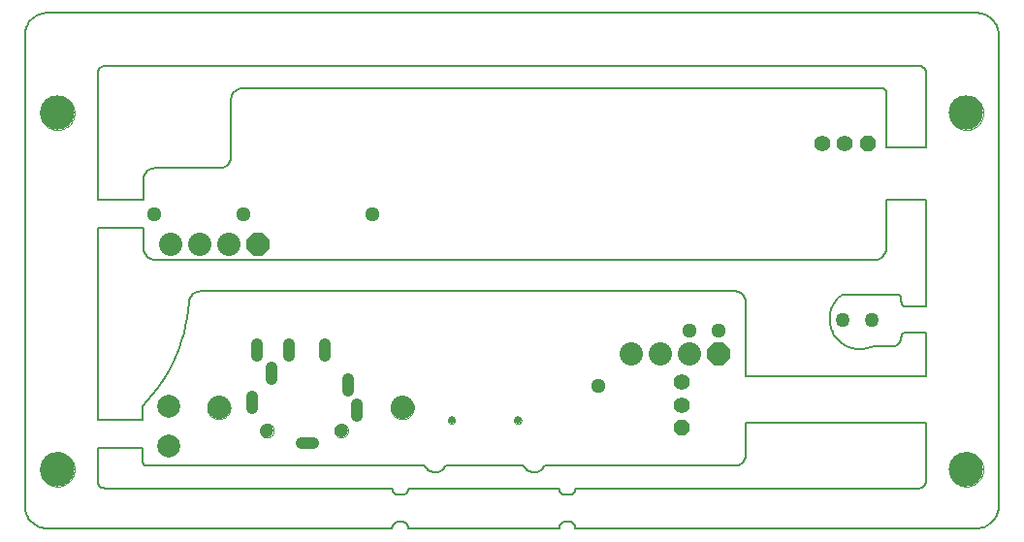
<source format=gbs>
G75*
G70*
%OFA0B0*%
%FSLAX24Y24*%
%IPPOS*%
%LPD*%
%AMOC8*
5,1,8,0,0,1.08239X$1,22.5*
%
%ADD10C,0.0050*%
%ADD11C,0.0000*%
%ADD12C,0.1181*%
%ADD13C,0.0500*%
%ADD14C,0.0787*%
%ADD15C,0.0512*%
%ADD16C,0.0800*%
%ADD17C,0.0472*%
%ADD18C,0.0400*%
%ADD19OC8,0.0800*%
%ADD20C,0.0256*%
%ADD21C,0.0550*%
%ADD22OC8,0.0550*%
D10*
X001677Y000927D02*
X013545Y000927D01*
X013545Y000955D01*
X013549Y000983D01*
X013556Y001010D01*
X013567Y001036D01*
X013581Y001060D01*
X013598Y001082D01*
X013618Y001102D01*
X013640Y001119D01*
X013664Y001133D01*
X013690Y001144D01*
X013717Y001151D01*
X013745Y001155D01*
X013895Y001155D01*
X013923Y001151D01*
X013950Y001144D01*
X013976Y001133D01*
X014000Y001119D01*
X014022Y001102D01*
X014042Y001082D01*
X014059Y001060D01*
X014073Y001036D01*
X014084Y001010D01*
X014091Y000983D01*
X014095Y000955D01*
X014095Y000927D01*
X019282Y000927D01*
X019282Y000955D01*
X019286Y000983D01*
X019293Y001010D01*
X019304Y001036D01*
X019318Y001060D01*
X019335Y001082D01*
X019355Y001102D01*
X019377Y001119D01*
X019401Y001133D01*
X019427Y001144D01*
X019454Y001151D01*
X019482Y001155D01*
X019632Y001155D01*
X019632Y001156D02*
X019661Y001152D01*
X019688Y001145D01*
X019714Y001135D01*
X019739Y001121D01*
X019762Y001104D01*
X019782Y001084D01*
X019800Y001062D01*
X019814Y001037D01*
X019826Y001011D01*
X019833Y000984D01*
X019837Y000956D01*
X019838Y000928D01*
X019837Y000927D02*
X033631Y000927D01*
X033630Y000927D02*
X033684Y000929D01*
X033738Y000934D01*
X033791Y000943D01*
X033844Y000956D01*
X033895Y000973D01*
X033945Y000993D01*
X033993Y001017D01*
X034040Y001044D01*
X034085Y001075D01*
X034127Y001108D01*
X034167Y001145D01*
X034204Y001184D01*
X034238Y001226D01*
X034269Y001270D01*
X034297Y001316D01*
X034321Y001364D01*
X034342Y001414D01*
X034360Y001465D01*
X034374Y001517D01*
X034384Y001570D01*
X034390Y001624D01*
X034392Y001677D01*
X034392Y017896D01*
X034392Y017895D02*
X034390Y017949D01*
X034383Y018003D01*
X034373Y018056D01*
X034360Y018108D01*
X034342Y018159D01*
X034321Y018209D01*
X034297Y018257D01*
X034269Y018303D01*
X034237Y018347D01*
X034203Y018388D01*
X034166Y018427D01*
X034126Y018464D01*
X034084Y018497D01*
X034040Y018528D01*
X033993Y018555D01*
X033945Y018578D01*
X033895Y018599D01*
X033843Y018615D01*
X033791Y018628D01*
X033738Y018637D01*
X033684Y018643D01*
X033631Y018644D01*
X001677Y018644D01*
X001624Y018642D01*
X001570Y018637D01*
X001518Y018627D01*
X001466Y018614D01*
X001415Y018597D01*
X001366Y018577D01*
X001318Y018553D01*
X001272Y018526D01*
X001228Y018495D01*
X001186Y018462D01*
X001147Y018425D01*
X001111Y018386D01*
X001077Y018345D01*
X001046Y018301D01*
X001019Y018255D01*
X000995Y018207D01*
X000975Y018158D01*
X000958Y018107D01*
X000944Y018055D01*
X000935Y018003D01*
X000929Y017949D01*
X000927Y017896D01*
X000927Y001677D01*
X000929Y001623D01*
X000935Y001570D01*
X000944Y001518D01*
X000957Y001466D01*
X000974Y001415D01*
X000995Y001365D01*
X001019Y001318D01*
X001046Y001272D01*
X001077Y001228D01*
X001110Y001186D01*
X001147Y001147D01*
X001186Y001110D01*
X001228Y001077D01*
X001272Y001046D01*
X001318Y001019D01*
X001365Y000995D01*
X001415Y000974D01*
X001466Y000957D01*
X001518Y000944D01*
X001570Y000935D01*
X001623Y000929D01*
X001677Y000927D01*
X003677Y002305D02*
X013545Y002305D01*
X013545Y002277D01*
X013549Y002249D01*
X013556Y002222D01*
X013567Y002196D01*
X013581Y002172D01*
X013598Y002150D01*
X013618Y002130D01*
X013640Y002113D01*
X013664Y002099D01*
X013690Y002088D01*
X013717Y002081D01*
X013745Y002077D01*
X013895Y002077D01*
X013923Y002081D01*
X013950Y002088D01*
X013976Y002099D01*
X014000Y002113D01*
X014022Y002130D01*
X014042Y002150D01*
X014059Y002172D01*
X014073Y002196D01*
X014084Y002222D01*
X014091Y002249D01*
X014095Y002277D01*
X014095Y002305D01*
X019282Y002305D01*
X019282Y002277D01*
X019286Y002249D01*
X019293Y002222D01*
X019304Y002196D01*
X019318Y002172D01*
X019335Y002150D01*
X019355Y002130D01*
X019377Y002113D01*
X019401Y002099D01*
X019427Y002088D01*
X019454Y002081D01*
X019482Y002077D01*
X019632Y002077D01*
X019661Y002081D01*
X019688Y002088D01*
X019714Y002098D01*
X019739Y002112D01*
X019762Y002129D01*
X019782Y002149D01*
X019800Y002171D01*
X019814Y002196D01*
X019826Y002222D01*
X019833Y002249D01*
X019837Y002277D01*
X019838Y002305D01*
X019837Y002305D02*
X031642Y002305D01*
X031672Y002307D01*
X031702Y002312D01*
X031731Y002321D01*
X031758Y002334D01*
X031784Y002349D01*
X031808Y002368D01*
X031829Y002389D01*
X031848Y002413D01*
X031863Y002439D01*
X031876Y002466D01*
X031885Y002495D01*
X031890Y002525D01*
X031892Y002555D01*
X031892Y004570D01*
X025710Y004570D01*
X025710Y003477D01*
X025708Y003438D01*
X025702Y003399D01*
X025693Y003361D01*
X025680Y003324D01*
X025663Y003288D01*
X025643Y003255D01*
X025619Y003223D01*
X025593Y003194D01*
X025564Y003168D01*
X025532Y003144D01*
X025499Y003124D01*
X025463Y003107D01*
X025426Y003094D01*
X025388Y003085D01*
X025349Y003079D01*
X025310Y003077D01*
X018790Y003077D01*
X018770Y003043D01*
X018747Y003011D01*
X018721Y002981D01*
X018692Y002954D01*
X018661Y002930D01*
X018628Y002908D01*
X018593Y002890D01*
X018556Y002876D01*
X018518Y002865D01*
X018479Y002857D01*
X018440Y002853D01*
X018400Y002853D01*
X018361Y002857D01*
X018322Y002865D01*
X018284Y002876D01*
X018247Y002890D01*
X018212Y002908D01*
X018179Y002930D01*
X018148Y002954D01*
X018119Y002981D01*
X018093Y003011D01*
X018070Y003043D01*
X018050Y003077D01*
X015390Y003077D01*
X015370Y003043D01*
X015347Y003011D01*
X015321Y002981D01*
X015292Y002954D01*
X015261Y002930D01*
X015228Y002908D01*
X015193Y002890D01*
X015156Y002876D01*
X015118Y002865D01*
X015079Y002857D01*
X015040Y002853D01*
X015000Y002853D01*
X014961Y002857D01*
X014922Y002865D01*
X014884Y002876D01*
X014847Y002890D01*
X014812Y002908D01*
X014779Y002930D01*
X014748Y002954D01*
X014719Y002981D01*
X014693Y003011D01*
X014670Y003043D01*
X014650Y003077D01*
X005110Y003077D01*
X005085Y003082D01*
X005062Y003091D01*
X005039Y003103D01*
X005019Y003118D01*
X005001Y003136D01*
X004986Y003156D01*
X004974Y003178D01*
X004965Y003202D01*
X004960Y003227D01*
X004958Y003252D01*
X004960Y003277D01*
X004960Y003683D01*
X003427Y003683D01*
X003427Y002527D01*
X003431Y002499D01*
X003438Y002471D01*
X003448Y002444D01*
X003461Y002419D01*
X003477Y002396D01*
X003496Y002374D01*
X003517Y002355D01*
X003541Y002339D01*
X003566Y002326D01*
X003593Y002316D01*
X003620Y002309D01*
X003648Y002305D01*
X003677Y002305D01*
X003427Y004671D02*
X004960Y004671D01*
X004960Y005127D01*
X003427Y004671D02*
X003427Y011245D01*
X004994Y011245D01*
X004994Y010564D01*
X004996Y010525D01*
X005002Y010486D01*
X005011Y010448D01*
X005024Y010411D01*
X005041Y010375D01*
X005061Y010342D01*
X005085Y010310D01*
X005111Y010281D01*
X005140Y010255D01*
X005172Y010231D01*
X005205Y010211D01*
X005241Y010194D01*
X005278Y010181D01*
X005316Y010172D01*
X005355Y010166D01*
X005394Y010164D01*
X030138Y010164D01*
X030177Y010166D01*
X030216Y010172D01*
X030254Y010181D01*
X030291Y010194D01*
X030327Y010211D01*
X030360Y010231D01*
X030392Y010255D01*
X030421Y010281D01*
X030447Y010310D01*
X030471Y010342D01*
X030491Y010375D01*
X030508Y010411D01*
X030521Y010448D01*
X030530Y010486D01*
X030536Y010525D01*
X030538Y010564D01*
X030538Y012220D01*
X031892Y012220D01*
X031892Y008560D01*
X031192Y008560D01*
X031169Y008564D01*
X031147Y008571D01*
X031126Y008581D01*
X031107Y008594D01*
X031090Y008610D01*
X031076Y008628D01*
X031064Y008648D01*
X031055Y008669D01*
X031049Y008691D01*
X031046Y008714D01*
X031047Y008737D01*
X031046Y008738D02*
X031046Y008800D01*
X031046Y008823D01*
X031042Y008846D01*
X031036Y008868D01*
X031026Y008889D01*
X031014Y008908D01*
X030999Y008925D01*
X030981Y008940D01*
X030962Y008953D01*
X030941Y008962D01*
X030919Y008968D01*
X030896Y008972D01*
X029019Y008972D01*
X028969Y008934D01*
X028921Y008893D01*
X028876Y008849D01*
X028834Y008803D01*
X028794Y008754D01*
X028758Y008702D01*
X028725Y008649D01*
X028695Y008594D01*
X028668Y008537D01*
X028645Y008478D01*
X028626Y008418D01*
X028610Y008357D01*
X028598Y008296D01*
X028589Y008233D01*
X028585Y008170D01*
X028584Y008108D01*
X028587Y008045D01*
X028594Y007982D01*
X028605Y007920D01*
X028619Y007859D01*
X028637Y007799D01*
X028659Y007740D01*
X028684Y007682D01*
X028713Y007626D01*
X028745Y007572D01*
X028780Y007520D01*
X028818Y007470D01*
X028859Y007422D01*
X028904Y007377D01*
X028950Y007335D01*
X028999Y007296D01*
X029051Y007260D01*
X029104Y007227D01*
X029160Y007197D01*
X029217Y007171D01*
X029275Y007148D01*
X029335Y007129D01*
X029396Y007113D01*
X029458Y007101D01*
X029520Y007093D01*
X029583Y007089D01*
X029646Y007088D01*
X029709Y007092D01*
X029771Y007099D01*
X029833Y007110D01*
X029895Y007124D01*
X029955Y007142D01*
X030014Y007164D01*
X030071Y007190D01*
X030731Y007190D01*
X030764Y007192D01*
X030797Y007198D01*
X030829Y007207D01*
X030860Y007219D01*
X030890Y007234D01*
X030918Y007253D01*
X030943Y007274D01*
X030966Y007298D01*
X030987Y007324D01*
X031005Y007352D01*
X031020Y007382D01*
X031031Y007413D01*
X031040Y007445D01*
X031045Y007478D01*
X031046Y007511D01*
X031047Y007511D02*
X031050Y007534D01*
X031057Y007556D01*
X031067Y007577D01*
X031080Y007597D01*
X031095Y007614D01*
X031113Y007629D01*
X031133Y007641D01*
X031154Y007651D01*
X031177Y007657D01*
X031200Y007660D01*
X031223Y007659D01*
X031223Y007660D02*
X031892Y007660D01*
X031892Y006158D01*
X025710Y006158D01*
X025710Y008677D01*
X025708Y008716D01*
X025702Y008755D01*
X025693Y008793D01*
X025680Y008830D01*
X025663Y008866D01*
X025643Y008899D01*
X025619Y008931D01*
X025593Y008960D01*
X025564Y008986D01*
X025532Y009010D01*
X025499Y009030D01*
X025463Y009047D01*
X025426Y009060D01*
X025388Y009069D01*
X025349Y009075D01*
X025310Y009077D01*
X006960Y009077D01*
X006921Y009075D01*
X006882Y009069D01*
X006844Y009060D01*
X006807Y009047D01*
X006771Y009030D01*
X006738Y009010D01*
X006706Y008986D01*
X006677Y008960D01*
X006651Y008931D01*
X006627Y008899D01*
X006607Y008866D01*
X006590Y008830D01*
X006577Y008793D01*
X006568Y008755D01*
X006562Y008716D01*
X006560Y008677D01*
X006534Y008413D01*
X006496Y008151D01*
X006446Y007891D01*
X006384Y007633D01*
X006310Y007379D01*
X006224Y007129D01*
X006126Y006882D01*
X006017Y006641D01*
X005897Y006404D01*
X005767Y006174D01*
X005625Y005950D01*
X005473Y005733D01*
X005312Y005523D01*
X005141Y005321D01*
X004960Y005127D01*
X004994Y012233D02*
X003427Y012233D01*
X003427Y016586D01*
X003429Y016616D01*
X003434Y016646D01*
X003443Y016675D01*
X003456Y016702D01*
X003471Y016728D01*
X003490Y016752D01*
X003511Y016773D01*
X003535Y016792D01*
X003561Y016807D01*
X003588Y016820D01*
X003617Y016829D01*
X003647Y016834D01*
X003677Y016836D01*
X031642Y016836D01*
X031672Y016834D01*
X031702Y016829D01*
X031731Y016820D01*
X031758Y016807D01*
X031784Y016792D01*
X031808Y016773D01*
X031829Y016752D01*
X031848Y016728D01*
X031863Y016702D01*
X031876Y016675D01*
X031885Y016646D01*
X031890Y016616D01*
X031892Y016586D01*
X031892Y014008D01*
X030538Y014008D01*
X030538Y015914D01*
X030536Y015937D01*
X030531Y015960D01*
X030522Y015982D01*
X030509Y016002D01*
X030494Y016020D01*
X030476Y016035D01*
X030456Y016048D01*
X030434Y016057D01*
X030411Y016062D01*
X030388Y016064D01*
X008410Y016064D01*
X008371Y016062D01*
X008332Y016056D01*
X008294Y016047D01*
X008257Y016034D01*
X008221Y016017D01*
X008188Y015997D01*
X008156Y015973D01*
X008127Y015947D01*
X008101Y015918D01*
X008077Y015886D01*
X008057Y015853D01*
X008040Y015817D01*
X008027Y015780D01*
X008018Y015742D01*
X008012Y015703D01*
X008010Y015664D01*
X008010Y013714D01*
X008008Y013675D01*
X008002Y013636D01*
X007993Y013598D01*
X007980Y013561D01*
X007963Y013525D01*
X007943Y013492D01*
X007919Y013460D01*
X007893Y013431D01*
X007864Y013405D01*
X007832Y013381D01*
X007799Y013361D01*
X007763Y013344D01*
X007726Y013331D01*
X007688Y013322D01*
X007649Y013316D01*
X007610Y013314D01*
X005394Y013314D01*
X005355Y013312D01*
X005316Y013306D01*
X005278Y013297D01*
X005241Y013284D01*
X005205Y013267D01*
X005172Y013247D01*
X005140Y013223D01*
X005111Y013197D01*
X005085Y013168D01*
X005061Y013136D01*
X005041Y013103D01*
X005024Y013067D01*
X005011Y013030D01*
X005002Y012992D01*
X004996Y012953D01*
X004994Y012914D01*
X004994Y012233D01*
D11*
X001440Y015215D02*
X001442Y015263D01*
X001448Y015311D01*
X001458Y015358D01*
X001471Y015404D01*
X001489Y015449D01*
X001509Y015493D01*
X001534Y015535D01*
X001562Y015574D01*
X001592Y015611D01*
X001626Y015645D01*
X001663Y015677D01*
X001701Y015706D01*
X001742Y015731D01*
X001785Y015753D01*
X001830Y015771D01*
X001876Y015785D01*
X001923Y015796D01*
X001971Y015803D01*
X002019Y015806D01*
X002067Y015805D01*
X002115Y015800D01*
X002163Y015791D01*
X002209Y015779D01*
X002254Y015762D01*
X002298Y015742D01*
X002340Y015719D01*
X002380Y015692D01*
X002418Y015662D01*
X002453Y015629D01*
X002485Y015593D01*
X002515Y015555D01*
X002541Y015514D01*
X002563Y015471D01*
X002583Y015427D01*
X002598Y015382D01*
X002610Y015335D01*
X002618Y015287D01*
X002622Y015239D01*
X002622Y015191D01*
X002618Y015143D01*
X002610Y015095D01*
X002598Y015048D01*
X002583Y015003D01*
X002563Y014959D01*
X002541Y014916D01*
X002515Y014875D01*
X002485Y014837D01*
X002453Y014801D01*
X002418Y014768D01*
X002380Y014738D01*
X002340Y014711D01*
X002298Y014688D01*
X002254Y014668D01*
X002209Y014651D01*
X002163Y014639D01*
X002115Y014630D01*
X002067Y014625D01*
X002019Y014624D01*
X001971Y014627D01*
X001923Y014634D01*
X001876Y014645D01*
X001830Y014659D01*
X001785Y014677D01*
X001742Y014699D01*
X001701Y014724D01*
X001663Y014753D01*
X001626Y014785D01*
X001592Y014819D01*
X001562Y014856D01*
X001534Y014895D01*
X001509Y014937D01*
X001489Y014981D01*
X001471Y015026D01*
X001458Y015072D01*
X001448Y015119D01*
X001442Y015167D01*
X001440Y015215D01*
X007182Y005080D02*
X007184Y005120D01*
X007190Y005159D01*
X007200Y005198D01*
X007213Y005235D01*
X007231Y005271D01*
X007252Y005305D01*
X007276Y005337D01*
X007303Y005366D01*
X007333Y005393D01*
X007365Y005416D01*
X007400Y005436D01*
X007436Y005452D01*
X007474Y005465D01*
X007513Y005474D01*
X007552Y005479D01*
X007592Y005480D01*
X007632Y005477D01*
X007671Y005470D01*
X007709Y005459D01*
X007747Y005445D01*
X007782Y005426D01*
X007815Y005405D01*
X007847Y005380D01*
X007875Y005352D01*
X007901Y005322D01*
X007923Y005289D01*
X007942Y005254D01*
X007958Y005217D01*
X007970Y005179D01*
X007978Y005140D01*
X007982Y005100D01*
X007982Y005060D01*
X007978Y005020D01*
X007970Y004981D01*
X007958Y004943D01*
X007942Y004906D01*
X007923Y004871D01*
X007901Y004838D01*
X007875Y004808D01*
X007847Y004780D01*
X007815Y004755D01*
X007782Y004734D01*
X007747Y004715D01*
X007709Y004701D01*
X007671Y004690D01*
X007632Y004683D01*
X007592Y004680D01*
X007552Y004681D01*
X007513Y004686D01*
X007474Y004695D01*
X007436Y004708D01*
X007400Y004724D01*
X007365Y004744D01*
X007333Y004767D01*
X007303Y004794D01*
X007276Y004823D01*
X007252Y004855D01*
X007231Y004889D01*
X007213Y004925D01*
X007200Y004962D01*
X007190Y005001D01*
X007184Y005040D01*
X007182Y005080D01*
X009001Y004288D02*
X009003Y004318D01*
X009009Y004348D01*
X009018Y004377D01*
X009031Y004404D01*
X009048Y004429D01*
X009067Y004452D01*
X009090Y004473D01*
X009115Y004490D01*
X009141Y004504D01*
X009170Y004514D01*
X009199Y004521D01*
X009229Y004524D01*
X009260Y004523D01*
X009290Y004518D01*
X009319Y004509D01*
X009346Y004497D01*
X009372Y004482D01*
X009396Y004463D01*
X009417Y004441D01*
X009435Y004417D01*
X009450Y004390D01*
X009461Y004362D01*
X009469Y004333D01*
X009473Y004303D01*
X009473Y004273D01*
X009469Y004243D01*
X009461Y004214D01*
X009450Y004186D01*
X009435Y004159D01*
X009417Y004135D01*
X009396Y004113D01*
X009372Y004094D01*
X009346Y004079D01*
X009319Y004067D01*
X009290Y004058D01*
X009260Y004053D01*
X009229Y004052D01*
X009199Y004055D01*
X009170Y004062D01*
X009141Y004072D01*
X009115Y004086D01*
X009090Y004103D01*
X009067Y004124D01*
X009048Y004147D01*
X009031Y004172D01*
X009018Y004199D01*
X009009Y004228D01*
X009003Y004258D01*
X009001Y004288D01*
X011560Y004288D02*
X011562Y004318D01*
X011568Y004348D01*
X011577Y004377D01*
X011590Y004404D01*
X011607Y004429D01*
X011626Y004452D01*
X011649Y004473D01*
X011674Y004490D01*
X011700Y004504D01*
X011729Y004514D01*
X011758Y004521D01*
X011788Y004524D01*
X011819Y004523D01*
X011849Y004518D01*
X011878Y004509D01*
X011905Y004497D01*
X011931Y004482D01*
X011955Y004463D01*
X011976Y004441D01*
X011994Y004417D01*
X012009Y004390D01*
X012020Y004362D01*
X012028Y004333D01*
X012032Y004303D01*
X012032Y004273D01*
X012028Y004243D01*
X012020Y004214D01*
X012009Y004186D01*
X011994Y004159D01*
X011976Y004135D01*
X011955Y004113D01*
X011931Y004094D01*
X011905Y004079D01*
X011878Y004067D01*
X011849Y004058D01*
X011819Y004053D01*
X011788Y004052D01*
X011758Y004055D01*
X011729Y004062D01*
X011700Y004072D01*
X011674Y004086D01*
X011649Y004103D01*
X011626Y004124D01*
X011607Y004147D01*
X011590Y004172D01*
X011577Y004199D01*
X011568Y004228D01*
X011562Y004258D01*
X011560Y004288D01*
X013487Y005080D02*
X013489Y005120D01*
X013495Y005159D01*
X013505Y005198D01*
X013518Y005235D01*
X013536Y005271D01*
X013557Y005305D01*
X013581Y005337D01*
X013608Y005366D01*
X013638Y005393D01*
X013670Y005416D01*
X013705Y005436D01*
X013741Y005452D01*
X013779Y005465D01*
X013818Y005474D01*
X013857Y005479D01*
X013897Y005480D01*
X013937Y005477D01*
X013976Y005470D01*
X014014Y005459D01*
X014052Y005445D01*
X014087Y005426D01*
X014120Y005405D01*
X014152Y005380D01*
X014180Y005352D01*
X014206Y005322D01*
X014228Y005289D01*
X014247Y005254D01*
X014263Y005217D01*
X014275Y005179D01*
X014283Y005140D01*
X014287Y005100D01*
X014287Y005060D01*
X014283Y005020D01*
X014275Y004981D01*
X014263Y004943D01*
X014247Y004906D01*
X014228Y004871D01*
X014206Y004838D01*
X014180Y004808D01*
X014152Y004780D01*
X014120Y004755D01*
X014087Y004734D01*
X014052Y004715D01*
X014014Y004701D01*
X013976Y004690D01*
X013937Y004683D01*
X013897Y004680D01*
X013857Y004681D01*
X013818Y004686D01*
X013779Y004695D01*
X013741Y004708D01*
X013705Y004724D01*
X013670Y004744D01*
X013638Y004767D01*
X013608Y004794D01*
X013581Y004823D01*
X013557Y004855D01*
X013536Y004889D01*
X013518Y004925D01*
X013505Y004962D01*
X013495Y005001D01*
X013489Y005040D01*
X013487Y005080D01*
X015454Y004643D02*
X015456Y004665D01*
X015462Y004687D01*
X015471Y004707D01*
X015484Y004725D01*
X015500Y004741D01*
X015518Y004754D01*
X015538Y004763D01*
X015560Y004769D01*
X015582Y004771D01*
X015604Y004769D01*
X015626Y004763D01*
X015646Y004754D01*
X015664Y004741D01*
X015680Y004725D01*
X015693Y004707D01*
X015702Y004687D01*
X015708Y004665D01*
X015710Y004643D01*
X015708Y004621D01*
X015702Y004599D01*
X015693Y004579D01*
X015680Y004561D01*
X015664Y004545D01*
X015646Y004532D01*
X015626Y004523D01*
X015604Y004517D01*
X015582Y004515D01*
X015560Y004517D01*
X015538Y004523D01*
X015518Y004532D01*
X015500Y004545D01*
X015484Y004561D01*
X015471Y004579D01*
X015462Y004599D01*
X015456Y004621D01*
X015454Y004643D01*
X017729Y004643D02*
X017731Y004665D01*
X017737Y004687D01*
X017746Y004707D01*
X017759Y004725D01*
X017775Y004741D01*
X017793Y004754D01*
X017813Y004763D01*
X017835Y004769D01*
X017857Y004771D01*
X017879Y004769D01*
X017901Y004763D01*
X017921Y004754D01*
X017939Y004741D01*
X017955Y004725D01*
X017968Y004707D01*
X017977Y004687D01*
X017983Y004665D01*
X017985Y004643D01*
X017983Y004621D01*
X017977Y004599D01*
X017968Y004579D01*
X017955Y004561D01*
X017939Y004545D01*
X017921Y004532D01*
X017901Y004523D01*
X017879Y004517D01*
X017857Y004515D01*
X017835Y004517D01*
X017813Y004523D01*
X017793Y004532D01*
X017775Y004545D01*
X017759Y004561D01*
X017746Y004579D01*
X017737Y004599D01*
X017731Y004621D01*
X017729Y004643D01*
X032687Y002959D02*
X032689Y003007D01*
X032695Y003055D01*
X032705Y003102D01*
X032718Y003148D01*
X032736Y003193D01*
X032756Y003237D01*
X032781Y003279D01*
X032809Y003318D01*
X032839Y003355D01*
X032873Y003389D01*
X032910Y003421D01*
X032948Y003450D01*
X032989Y003475D01*
X033032Y003497D01*
X033077Y003515D01*
X033123Y003529D01*
X033170Y003540D01*
X033218Y003547D01*
X033266Y003550D01*
X033314Y003549D01*
X033362Y003544D01*
X033410Y003535D01*
X033456Y003523D01*
X033501Y003506D01*
X033545Y003486D01*
X033587Y003463D01*
X033627Y003436D01*
X033665Y003406D01*
X033700Y003373D01*
X033732Y003337D01*
X033762Y003299D01*
X033788Y003258D01*
X033810Y003215D01*
X033830Y003171D01*
X033845Y003126D01*
X033857Y003079D01*
X033865Y003031D01*
X033869Y002983D01*
X033869Y002935D01*
X033865Y002887D01*
X033857Y002839D01*
X033845Y002792D01*
X033830Y002747D01*
X033810Y002703D01*
X033788Y002660D01*
X033762Y002619D01*
X033732Y002581D01*
X033700Y002545D01*
X033665Y002512D01*
X033627Y002482D01*
X033587Y002455D01*
X033545Y002432D01*
X033501Y002412D01*
X033456Y002395D01*
X033410Y002383D01*
X033362Y002374D01*
X033314Y002369D01*
X033266Y002368D01*
X033218Y002371D01*
X033170Y002378D01*
X033123Y002389D01*
X033077Y002403D01*
X033032Y002421D01*
X032989Y002443D01*
X032948Y002468D01*
X032910Y002497D01*
X032873Y002529D01*
X032839Y002563D01*
X032809Y002600D01*
X032781Y002639D01*
X032756Y002681D01*
X032736Y002725D01*
X032718Y002770D01*
X032705Y002816D01*
X032695Y002863D01*
X032689Y002911D01*
X032687Y002959D01*
X032687Y015215D02*
X032689Y015263D01*
X032695Y015311D01*
X032705Y015358D01*
X032718Y015404D01*
X032736Y015449D01*
X032756Y015493D01*
X032781Y015535D01*
X032809Y015574D01*
X032839Y015611D01*
X032873Y015645D01*
X032910Y015677D01*
X032948Y015706D01*
X032989Y015731D01*
X033032Y015753D01*
X033077Y015771D01*
X033123Y015785D01*
X033170Y015796D01*
X033218Y015803D01*
X033266Y015806D01*
X033314Y015805D01*
X033362Y015800D01*
X033410Y015791D01*
X033456Y015779D01*
X033501Y015762D01*
X033545Y015742D01*
X033587Y015719D01*
X033627Y015692D01*
X033665Y015662D01*
X033700Y015629D01*
X033732Y015593D01*
X033762Y015555D01*
X033788Y015514D01*
X033810Y015471D01*
X033830Y015427D01*
X033845Y015382D01*
X033857Y015335D01*
X033865Y015287D01*
X033869Y015239D01*
X033869Y015191D01*
X033865Y015143D01*
X033857Y015095D01*
X033845Y015048D01*
X033830Y015003D01*
X033810Y014959D01*
X033788Y014916D01*
X033762Y014875D01*
X033732Y014837D01*
X033700Y014801D01*
X033665Y014768D01*
X033627Y014738D01*
X033587Y014711D01*
X033545Y014688D01*
X033501Y014668D01*
X033456Y014651D01*
X033410Y014639D01*
X033362Y014630D01*
X033314Y014625D01*
X033266Y014624D01*
X033218Y014627D01*
X033170Y014634D01*
X033123Y014645D01*
X033077Y014659D01*
X033032Y014677D01*
X032989Y014699D01*
X032948Y014724D01*
X032910Y014753D01*
X032873Y014785D01*
X032839Y014819D01*
X032809Y014856D01*
X032781Y014895D01*
X032756Y014937D01*
X032736Y014981D01*
X032718Y015026D01*
X032705Y015072D01*
X032695Y015119D01*
X032689Y015167D01*
X032687Y015215D01*
X001440Y002959D02*
X001442Y003007D01*
X001448Y003055D01*
X001458Y003102D01*
X001471Y003148D01*
X001489Y003193D01*
X001509Y003237D01*
X001534Y003279D01*
X001562Y003318D01*
X001592Y003355D01*
X001626Y003389D01*
X001663Y003421D01*
X001701Y003450D01*
X001742Y003475D01*
X001785Y003497D01*
X001830Y003515D01*
X001876Y003529D01*
X001923Y003540D01*
X001971Y003547D01*
X002019Y003550D01*
X002067Y003549D01*
X002115Y003544D01*
X002163Y003535D01*
X002209Y003523D01*
X002254Y003506D01*
X002298Y003486D01*
X002340Y003463D01*
X002380Y003436D01*
X002418Y003406D01*
X002453Y003373D01*
X002485Y003337D01*
X002515Y003299D01*
X002541Y003258D01*
X002563Y003215D01*
X002583Y003171D01*
X002598Y003126D01*
X002610Y003079D01*
X002618Y003031D01*
X002622Y002983D01*
X002622Y002935D01*
X002618Y002887D01*
X002610Y002839D01*
X002598Y002792D01*
X002583Y002747D01*
X002563Y002703D01*
X002541Y002660D01*
X002515Y002619D01*
X002485Y002581D01*
X002453Y002545D01*
X002418Y002512D01*
X002380Y002482D01*
X002340Y002455D01*
X002298Y002432D01*
X002254Y002412D01*
X002209Y002395D01*
X002163Y002383D01*
X002115Y002374D01*
X002067Y002369D01*
X002019Y002368D01*
X001971Y002371D01*
X001923Y002378D01*
X001876Y002389D01*
X001830Y002403D01*
X001785Y002421D01*
X001742Y002443D01*
X001701Y002468D01*
X001663Y002497D01*
X001626Y002529D01*
X001592Y002563D01*
X001562Y002600D01*
X001534Y002639D01*
X001509Y002681D01*
X001489Y002725D01*
X001471Y002770D01*
X001458Y002816D01*
X001448Y002863D01*
X001442Y002911D01*
X001440Y002959D01*
D12*
X002031Y002959D03*
X002031Y015215D03*
X033278Y015215D03*
X033278Y002959D03*
D13*
X030046Y008102D03*
X029046Y008102D03*
D14*
X005875Y005109D03*
X005875Y003759D03*
D15*
X005369Y011739D03*
X008419Y011739D03*
X012855Y011739D03*
X020645Y005809D03*
X023759Y007709D03*
X024759Y007709D03*
D16*
X023759Y006926D03*
X022759Y006926D03*
X021759Y006926D03*
X013887Y005080D03*
X007582Y005080D03*
X007936Y010696D03*
X006936Y010696D03*
X005936Y010696D03*
D17*
X009237Y004288D03*
X011796Y004288D03*
D18*
X012347Y004797D02*
X012347Y005197D01*
X012033Y005663D02*
X012033Y006063D01*
X011245Y006844D02*
X011245Y007244D01*
X009985Y007244D02*
X009985Y006844D01*
X009395Y006457D02*
X009395Y006057D01*
X008725Y005473D02*
X008725Y005073D01*
X010415Y003855D02*
X010815Y003855D01*
X008883Y006844D02*
X008883Y007244D01*
D19*
X008936Y010696D03*
X024759Y006926D03*
D20*
X017857Y004643D03*
X015582Y004643D03*
D21*
X023509Y005164D03*
X023509Y005951D03*
X028319Y014167D03*
X029106Y014167D03*
D22*
X029894Y014167D03*
X023509Y004377D03*
M02*

</source>
